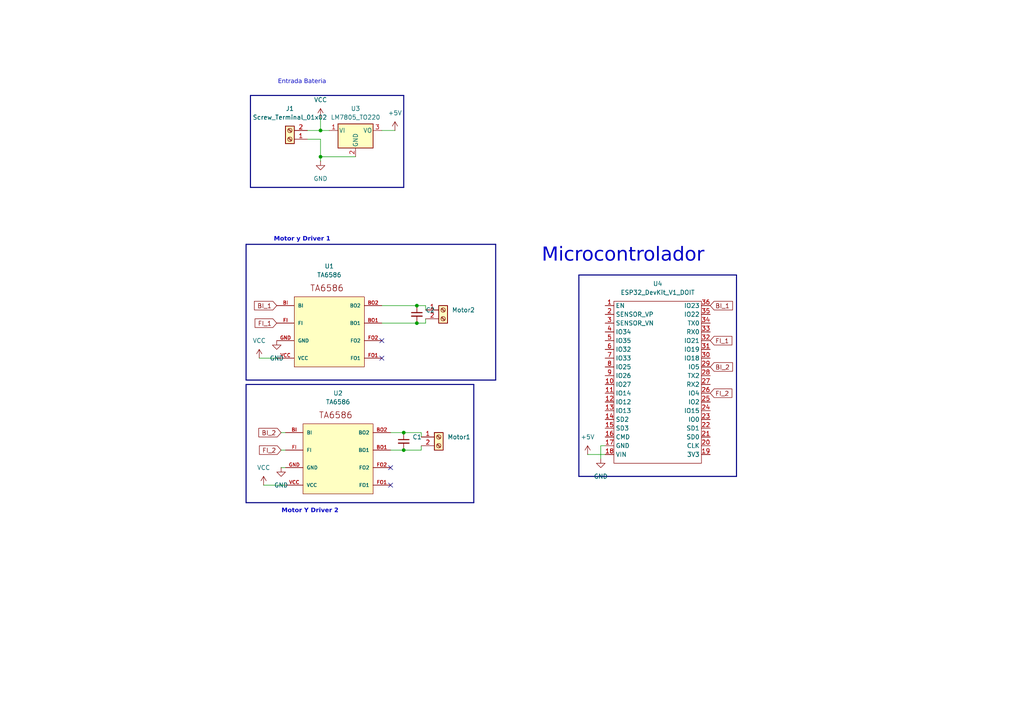
<source format=kicad_sch>
(kicad_sch (version 20231120) (generator "eeschema") (generator_version "8.0")
  (paper "A4")
  (lib_symbols
    (symbol "Connector:Screw_Terminal_01x02" (pin_names (offset 1.016) hide)
      (property "Reference" "J" (at 0 2.54 0))
      (property "Value" "Screw_Terminal_01x02" (at 0 -5.08 0))
      (symbol "Screw_Terminal_01x02_1_1"
        (rectangle (start -1.27 1.27) (end 1.27 -3.81) (stroke (width 0.254)) (fill (type background)))
        (circle (center 0 -2.54) (radius 0.635) (stroke (width 0.1524)))
        (polyline (pts (xy -0.5334 -2.2098) (xy 0.3302 -3.048)) (stroke (width 0.1524)))
        (polyline (pts (xy -0.5334 0.3302) (xy 0.3302 -0.508)) (stroke (width 0.1524)))
        (polyline (pts (xy -0.3556 -2.032) (xy 0.508 -2.8702)) (stroke (width 0.1524)))
        (polyline (pts (xy -0.3556 0.508) (xy 0.508 -0.3302)) (stroke (width 0.1524)))
        (circle (center 0 0) (radius 0.635) (stroke (width 0.1524)))
        (pin passive line (at -5.08 0 0) (length 3.81) (name "Pin_1") (number "1"))
        (pin passive line (at -5.08 -2.54 0) (length 3.81) (name "Pin_2") (number "2"))
      )
    )
    (symbol "Device:C_Small" (pin_numbers hide) (pin_names (offset 0.254) hide)
      (property "Reference" "C" (at 0.254 1.778 0))
      (property "Value" "C_Small" (at 0.254 -2.032 0))
      (symbol "C_Small_0_1"
        (polyline (pts (xy -1.524 -0.508) (xy 1.524 -0.508)) (stroke (width 0.3302)))
        (polyline (pts (xy -1.524 0.508) (xy 1.524 0.508)) (stroke (width 0.3048)))
      )
      (symbol "C_Small_1_1"
        (pin passive line (at 0 2.54 270) (length 2.032) (name "~") (number "1"))
        (pin passive line (at 0 -2.54 90) (length 2.032) (name "~") (number "2"))
      )
    )
    (symbol "EESTN5:ESP32_DevKit_V1_DOIT"
      (property "Reference" "U" (at -11.43 34.29 0))
      (property "Value" "ESP32_DevKit_V1_DOIT" (at 11.43 34.29 0))
      (symbol "ESP32_DevKit_V1_DOIT_0_0"
        (pin bidirectional line (at 15.24 25.4 180) (length 2.54) (name "TX0") (number "34"))
        (pin bidirectional line (at 15.24 27.94 180) (length 2.54) (name "IO22") (number "35"))
        (pin bidirectional line (at 15.24 30.48 180) (length 2.54) (name "IO23") (number "36"))
      )
      (symbol "ESP32_DevKit_V1_DOIT_0_1"
        (rectangle (start -12.7 31.75) (end 12.7 -15.24))
      )
      (symbol "ESP32_DevKit_V1_DOIT_1_1"
        (pin input line (at -15.24 30.48 0) (length 2.54) (name "EN") (number "1"))
        (pin bidirectional line (at -15.24 7.62 0) (length 2.54) (name "IO27") (number "10"))
        (pin bidirectional line (at -15.24 5.08 0) (length 2.54) (name "IO14") (number "11"))
        (pin bidirectional line (at -15.24 2.54 0) (length 2.54) (name "IO12") (number "12"))
        (pin bidirectional line (at -15.24 0 0) (length 2.54) (name "IO13") (number "13"))
        (pin bidirectional line (at -15.24 -2.54 0) (length 2.54) (name "SD2") (number "14"))
        (pin bidirectional line (at -15.24 -5.08 0) (length 2.54) (name "SD3") (number "15"))
        (pin bidirectional line (at -15.24 -7.62 0) (length 2.54) (name "CMD") (number "16"))
        (pin power_in line (at -15.24 -10.16 0) (length 2.54) (name "GND") (number "17"))
        (pin power_in line (at -15.24 -12.7 0) (length 2.54) (name "VIN") (number "18"))
        (pin power_in line (at 15.24 -12.7 180) (length 2.54) (name "3V3") (number "19"))
        (pin input line (at -15.24 27.94 0) (length 2.54) (name "SENSOR_VP") (number "2"))
        (pin bidirectional line (at 15.24 -10.16 180) (length 2.54) (name "CLK") (number "20"))
        (pin bidirectional line (at 15.24 -7.62 180) (length 2.54) (name "SD0") (number "21"))
        (pin bidirectional line (at 15.24 -5.08 180) (length 2.54) (name "SD1") (number "22"))
        (pin bidirectional line (at 15.24 -2.54 180) (length 2.54) (name "IO0") (number "23"))
        (pin bidirectional line (at 15.24 0 180) (length 2.54) (name "IO15") (number "24"))
        (pin bidirectional line (at 15.24 2.54 180) (length 2.54) (name "IO2") (number "25"))
        (pin bidirectional line (at 15.24 5.08 180) (length 2.54) (name "IO4") (number "26"))
        (pin bidirectional line (at 15.24 7.62 180) (length 2.54) (name "RX2") (number "27"))
        (pin bidirectional line (at 15.24 10.16 180) (length 2.54) (name "TX2") (number "28"))
        (pin bidirectional line (at 15.24 12.7 180) (length 2.54) (name "IO5") (number "29"))
        (pin input line (at -15.24 25.4 0) (length 2.54) (name "SENSOR_VN") (number "3"))
        (pin bidirectional line (at 15.24 15.24 180) (length 2.54) (name "IO18") (number "30"))
        (pin bidirectional line (at 15.24 17.78 180) (length 2.54) (name "IO19") (number "31"))
        (pin bidirectional line (at 15.24 20.32 180) (length 2.54) (name "IO21") (number "32"))
        (pin bidirectional line (at 15.24 22.86 180) (length 2.54) (name "RX0") (number "33"))
        (pin input line (at -15.24 22.86 0) (length 2.54) (name "IO34") (number "4"))
        (pin input line (at -15.24 20.32 0) (length 2.54) (name "IO35") (number "5"))
        (pin bidirectional line (at -15.24 17.78 0) (length 2.54) (name "IO32") (number "6"))
        (pin bidirectional line (at -15.24 15.24 0) (length 2.54) (name "IO33") (number "7"))
        (pin bidirectional line (at -15.24 12.7 0) (length 2.54) (name "IO25") (number "8"))
        (pin bidirectional line (at -15.24 10.16 0) (length 2.54) (name "IO26") (number "9"))
      )
    )
    (symbol "Regulator_Linear:LM7805_TO220" (pin_names (offset 0.254))
      (property "Reference" "U" (at -3.81 3.175 0))
      (property "Value" "LM7805_TO220" (at 0 3.175 0))
      (symbol "LM7805_TO220_0_1"
        (rectangle (start -5.08 1.905) (end 5.08 -5.08) (stroke (width 0.254)) (fill (type background)))
      )
      (symbol "LM7805_TO220_1_1"
        (pin power_in line (at -7.62 0 0) (length 2.54) (name "VI") (number "1"))
        (pin power_in line (at 0 -7.62 90) (length 2.54) (name "GND") (number "2"))
        (pin power_out line (at 7.62 0 180) (length 2.54) (name "VO") (number "3"))
      )
    )
    (symbol "TA6586:TA6586" (pin_names (offset 1.016))
      (property "Reference" "U" (at 0 0 0))
      (property "Value" "TA6586" (at 0 0 0))
      (symbol "TA6586_0_0"
        (rectangle (start -10.16 -10.16) (end 10.16 10.16) (stroke (width 0.1524)) (fill (type background)))
        (text "TA6586 " (at 0 12.7 0) (effects (font (size 1.778 1.778))))
        (pin bidirectional line (at -15.24 7.62 0) (length 5.08) (name "BI") (number "BI"))
        (pin bidirectional line (at 15.24 2.54 180) (length 5.08) (name "BO1") (number "BO1"))
        (pin bidirectional line (at 15.24 7.62 180) (length 5.08) (name "BO2") (number "BO2"))
        (pin bidirectional line (at -15.24 2.54 0) (length 5.08) (name "FI") (number "FI"))
        (pin bidirectional line (at 15.24 -7.62 180) (length 5.08) (name "FO1") (number "FO1"))
        (pin bidirectional line (at 15.24 -2.54 180) (length 5.08) (name "FO2") (number "FO2"))
        (pin bidirectional line (at -15.24 -2.54 0) (length 5.08) (name "GND") (number "GND"))
        (pin bidirectional line (at -15.24 -7.62 0) (length 5.08) (name "VCC") (number "VCC"))
      )
    )
    (symbol "power:+5V" (power) (pin_numbers hide) (pin_names (offset 0) hide)
      (property "Value" "+5V" (at 0 3.556 0))
      (symbol "+5V_0_1"
        (polyline (pts (xy -0.762 1.27) (xy 0 2.54)))
        (polyline (pts (xy 0 0) (xy 0 2.54)))
        (polyline (pts (xy 0 2.54) (xy 0.762 1.27)))
      )
      (symbol "+5V_1_1"
        (pin power_in line (at 0 0 90) (length 0) (name "~") (number "1"))
      )
    )
    (symbol "power:GND" (power) (pin_numbers hide) (pin_names (offset 0) hide)
      (property "Value" "GND" (at 0 -3.81 0))
      (symbol "GND_0_1"
        (polyline (pts (xy 0 0) (xy 0 -1.27) (xy 1.27 -1.27) (xy 0 -2.54) (xy -1.27 -1.27) (xy 0 -1.27)))
      )
      (symbol "GND_1_1"
        (pin power_in line (at 0 0 270) (length 0) (name "~") (number "1"))
      )
    )
    (symbol "power:VCC" (power) (pin_numbers hide) (pin_names (offset 0) hide)
      (property "Value" "VCC" (at 0 3.556 0))
      (symbol "VCC_0_1"
        (polyline (pts (xy -0.762 1.27) (xy 0 2.54)))
        (polyline (pts (xy 0 0) (xy 0 2.54)))
        (polyline (pts (xy 0 2.54) (xy 0.762 1.27)))
      )
      (symbol "VCC_1_1"
        (pin power_in line (at 0 0 90) (length 0) (name "~") (number "1"))
      )
    )
  )
  (junction (at 92.964 45.466))
  (junction (at 117.094 130.556))
  (junction (at 117.094 125.476))
  (junction (at 120.904 88.646))
  (junction (at 92.964 37.846))
  (junction (at 120.904 93.726))
  (no_connect (at 110.744 98.806))
  (no_connect (at 110.744 103.886))
  (no_connect (at 113.284 135.636))
  (no_connect (at 113.284 140.716))
  (bus (pts (xy 143.764 110.236) (xy 71.374 110.236)))
  (wire (pts (xy 82.804 135.636) (xy 81.534 135.636)))
  (bus (pts (xy 117.094 27.686) (xy 117.094 54.356)))
  (wire (pts (xy 92.964 45.466) (xy 103.124 45.466)))
  (bus (pts (xy 71.374 111.506) (xy 137.414 111.506)))
  (wire (pts (xy 89.154 37.846) (xy 92.964 37.846)))
  (wire (pts (xy 82.804 125.476) (xy 81.534 125.476)))
  (bus (pts (xy 143.764 70.866) (xy 143.764 110.236)))
  (wire (pts (xy 123.444 93.726) (xy 123.444 92.456)))
  (bus (pts (xy 213.614 138.176) (xy 167.894 138.176)))
  (wire (pts (xy 174.244 133.096) (xy 174.244 129.286)))
  (wire (pts (xy 117.094 125.476) (xy 122.174 125.476)))
  (wire (pts (xy 123.444 88.646) (xy 123.444 89.916)))
  (wire (pts (xy 81.534 130.556) (xy 82.804 130.556)))
  (bus (pts (xy 117.094 54.356) (xy 72.644 54.356)))
  (bus (pts (xy 137.414 145.796) (xy 71.374 145.796)))
  (wire (pts (xy 110.744 93.726) (xy 120.904 93.726)))
  (wire (pts (xy 92.964 46.736) (xy 92.964 45.466)))
  (bus (pts (xy 167.894 79.756) (xy 167.894 138.176)))
  (wire (pts (xy 92.964 37.846) (xy 95.504 37.846)))
  (wire (pts (xy 76.454 140.716) (xy 82.804 140.716)))
  (bus (pts (xy 72.644 27.686) (xy 72.644 54.356)))
  (wire (pts (xy 122.174 129.286) (xy 122.174 130.556)))
  (wire (pts (xy 113.284 125.476) (xy 117.094 125.476)))
  (wire (pts (xy 75.184 103.886) (xy 80.264 103.886)))
  (bus (pts (xy 71.374 70.866) (xy 143.764 70.866)))
  (bus (pts (xy 137.414 111.506) (xy 137.414 145.796)))
  (bus (pts (xy 213.614 79.756) (xy 213.614 138.176)))
  (wire (pts (xy 92.964 40.386) (xy 89.154 40.386)))
  (bus (pts (xy 72.644 27.686) (xy 117.094 27.686)))
  (wire (pts (xy 123.444 88.646) (xy 120.904 88.646)))
  (wire (pts (xy 170.434 131.826) (xy 175.514 131.826)))
  (wire (pts (xy 110.744 88.646) (xy 120.904 88.646)))
  (wire (pts (xy 110.744 37.846) (xy 114.554 37.846)))
  (wire (pts (xy 122.174 125.476) (xy 122.174 126.746)))
  (wire (pts (xy 92.964 34.036) (xy 92.964 37.846)))
  (bus (pts (xy 167.894 79.756) (xy 213.614 79.756)))
  (bus (pts (xy 71.374 70.866) (xy 71.374 110.236)))
  (wire (pts (xy 174.244 129.286) (xy 175.514 129.286)))
  (wire (pts (xy 92.964 40.386) (xy 92.964 45.466)))
  (wire (pts (xy 117.094 130.556) (xy 122.174 130.556)))
  (bus (pts (xy 71.374 145.796) (xy 71.374 111.506)))
  (wire (pts (xy 113.284 130.556) (xy 117.094 130.556)))
  (wire (pts (xy 123.444 93.726) (xy 120.904 93.726)))
  (text "Motor Y Driver 2" (at 89.916 148.59 0) (effects (font (size 1.27 1.27) (thickness 0.254) (bold yes))))
  (text "Motor y Driver 1\n\n" (at 87.63 70.866 0) (effects (font (size 1.27 1.27) (thickness 0.254) (bold yes))))
  (text "Entrada Bateria " (at 87.884 24.13 0) (effects (font (size 1.27 1.27))))
  (text "Microcontrolador " (at 181.61 75.184 0) (effects (font (size 4 4))))
  (global_label "FI_1" (shape input) (at 80.264 93.726 180) (property "Intersheetrefs" "${INTERSHEET_REFS}" (effects (hide yes))))
  (global_label "BI_2" (shape input) (at 81.534 125.476 180) (property "Intersheetrefs" "${INTERSHEET_REFS}" (effects (hide yes))))
  (global_label "BI_2" (shape input) (at 205.994 106.426 0) (property "Intersheetrefs" "${INTERSHEET_REFS}" (effects (hide yes))))
  (global_label "BI_1" (shape input) (at 205.994 88.646 0) (property "Intersheetrefs" "${INTERSHEET_REFS}" (effects (hide yes))))
  (global_label "FI_2" (shape input) (at 205.994 114.046 0) (property "Intersheetrefs" "${INTERSHEET_REFS}" (effects (hide yes))))
  (global_label "FI_2" (shape input) (at 81.534 130.556 180) (property "Intersheetrefs" "${INTERSHEET_REFS}" (effects (hide yes))))
  (global_label "FI_1" (shape input) (at 205.994 98.806 0) (property "Intersheetrefs" "${INTERSHEET_REFS}" (effects (hide yes))))
  (global_label "BI_1" (shape input) (at 80.264 88.646 180) (property "Intersheetrefs" "${INTERSHEET_REFS}" (effects (hide yes))))
  (symbol (lib_id "Connector:Screw_Terminal_01x02") (at 128.524 89.916 0) (unit 1)
    (property "Reference" "Motor2" (at 131.064 89.9159 0) (effects (justify left)))
    (property "Value" "Screw_Terminal_01x02" (effects (hide yes)))
    (property "Footprint" "TerminalBlock:TerminalBlock_bornier-2_P5.08mm" (effects (hide yes)))
    (property "Description" "Generic screw terminal, single row, 01x02, script generated (kicad-library-utils/schlib/autogen/connector/)" (effects (hide yes)))
  )
  (symbol (lib_id "power:+5V") (at 114.554 37.846 0) (unit 1)
    (property "Reference" "#PWR07" (effects (hide yes)))
    (property "Value" "+5V" (at 114.554 32.766 0))
    (property "Description" "Power symbol creates a global label with name \"+5V\"" (effects (hide yes)))
  )
  (symbol (lib_id "Connector:Screw_Terminal_01x02") (at 127.254 126.746 0) (unit 1)
    (property "Reference" "Motor1" (at 129.794 126.7459 0) (effects (justify left)))
    (property "Value" "Screw_Terminal_01x02" (effects (hide yes)))
    (property "Footprint" "TerminalBlock:TerminalBlock_bornier-2_P5.08mm" (effects (hide yes)))
    (property "Description" "Generic screw terminal, single row, 01x02, script generated (kicad-library-utils/schlib/autogen/connector/)" (effects (hide yes)))
  )
  (symbol (lib_id "power:+5V") (at 170.434 131.826 0) (unit 1)
    (property "Reference" "#PWR08" (effects (hide yes)))
    (property "Value" "+5V" (at 170.434 126.746 0))
    (property "Description" "Power symbol creates a global label with name \"+5V\"" (effects (hide yes)))
  )
  (symbol (lib_id "power:VCC") (at 75.184 103.886 0) (unit 1)
    (property "Reference" "#PWR01" (effects (hide yes)))
    (property "Value" "VCC" (at 75.184 98.806 0))
    (property "Description" "Power symbol creates a global label with name \"VCC\"" (effects (hide yes)))
  )
  (symbol (lib_id "Device:C_Small") (at 120.904 91.186 0) (unit 1)
    (property "Reference" "C2" (at 123.444 89.9222 0) (effects (justify left)))
    (property "Value" "C_Small" (effects (hide yes)))
    (property "Footprint" "EESTN5:C_0805" (effects (hide yes)))
    (property "Description" "Unpolarized capacitor, small symbol" (effects (hide yes)))
  )
  (symbol (lib_id "power:GND") (at 174.244 133.096 0) (unit 1)
    (property "Reference" "#PWR09" (effects (hide yes)))
    (property "Value" "GND" (at 174.244 138.176 0))
    (property "Description" "Power symbol creates a global label with name \"GND\" , ground" (effects (hide yes)))
  )
  (symbol (lib_id "power:GND") (at 81.534 135.636 0) (unit 1)
    (property "Reference" "#PWR04" (effects (hide yes)))
    (property "Value" "GND" (at 81.534 140.716 0))
    (property "Description" "Power symbol creates a global label with name \"GND\" , ground" (effects (hide yes)))
  )
  (symbol (lib_id "power:VCC") (at 76.454 140.716 0) (unit 1)
    (property "Reference" "#PWR02" (effects (hide yes)))
    (property "Value" "VCC" (at 76.454 135.636 0))
    (property "Description" "Power symbol creates a global label with name \"VCC\"" (effects (hide yes)))
  )
  (symbol (lib_id "power:VCC") (at 92.964 34.036 0) (unit 1)
    (property "Reference" "#PWR05" (effects (hide yes)))
    (property "Value" "VCC" (at 92.964 28.956 0))
    (property "Description" "Power symbol creates a global label with name \"VCC\"" (effects (hide yes)))
  )
  (symbol (lib_id "TA6586:TA6586") (at 95.504 96.266 0) (unit 1)
    (property "Reference" "U1" (at 95.504 77.216 0))
    (property "Value" "TA6586" (at 95.504 79.756 0))
    (property "Footprint" "TA6586 (2):TA6586-FOOTPRINT" (effects (hide yes)))
    (property "MF" "Wuxi" (effects (hide yes)))
    (property "Description_1" "\n                        \n                            DC Bidirectional motor driving circuit\n                        \n" (effects (hide yes)))
    (property "Package" "Package" (effects (hide yes)))
    (property "Price" "None" (effects (hide yes)))
    (property "SnapEDA_Link" "https://www.snapeda.com/parts/TA6586/Wuxi/view-part/?ref=snap" (effects (hide yes)))
    (property "MP" "TA6586" (effects (hide yes)))
    (property "Availability" "Not in stock" (effects (hide yes)))
    (property "Check_prices" "https://www.snapeda.com/parts/TA6586/Wuxi/view-part/?ref=eda" (effects (hide yes)))
  )
  (symbol (lib_id "Connector:Screw_Terminal_01x02") (at 84.074 40.386 180) (unit 1)
    (property "Reference" "J1" (at 84.074 31.496 0))
    (property "Value" "Screw_Terminal_01x02" (at 84.074 34.036 0))
    (property "Footprint" "TerminalBlock:TerminalBlock_bornier-2_P5.08mm" (effects (hide yes)))
    (property "Description" "Generic screw terminal, single row, 01x02, script generated (kicad-library-utils/schlib/autogen/connector/)" (effects (hide yes)))
  )
  (symbol (lib_id "Device:C_Small") (at 117.094 128.016 0) (unit 1)
    (property "Reference" "C1" (at 119.634 126.7522 0) (effects (justify left)))
    (property "Value" "C_Small" (effects (hide yes)))
    (property "Footprint" "EESTN5:C_0805" (effects (hide yes)))
    (property "Description" "Unpolarized capacitor, small symbol" (effects (hide yes)))
  )
  (symbol (lib_id "power:GND") (at 92.964 46.736 0) (unit 1)
    (property "Reference" "#PWR06" (effects (hide yes)))
    (property "Value" "GND" (at 92.964 51.816 0))
    (property "Description" "Power symbol creates a global label with name \"GND\" , ground" (effects (hide yes)))
  )
  (symbol (lib_id "power:GND") (at 80.264 98.806 0) (unit 1)
    (property "Reference" "#PWR03" (effects (hide yes)))
    (property "Value" "GND" (at 80.264 103.886 0))
    (property "Description" "Power symbol creates a global label with name \"GND\" , ground" (effects (hide yes)))
  )
  (symbol (lib_id "TA6586:TA6586") (at 98.044 133.096 0) (unit 1)
    (property "Reference" "U2" (at 98.044 114.046 0))
    (property "Value" "TA6586" (at 98.044 116.586 0))
    (property "Footprint" "TA6586 (2):TA6586-FOOTPRINT" (effects (hide yes)))
    (property "MF" "Wuxi" (effects (hide yes)))
    (property "Description_1" "\n                        \n                            DC Bidirectional motor driving circuit\n                        \n" (effects (hide yes)))
    (property "Package" "Package" (effects (hide yes)))
    (property "Price" "None" (effects (hide yes)))
    (property "SnapEDA_Link" "https://www.snapeda.com/parts/TA6586/Wuxi/view-part/?ref=snap" (effects (hide yes)))
    (property "MP" "TA6586" (effects (hide yes)))
    (property "Availability" "Not in stock" (effects (hide yes)))
    (property "Check_prices" "https://www.snapeda.com/parts/TA6586/Wuxi/view-part/?ref=eda" (effects (hide yes)))
  )
  (symbol (lib_id "EESTN5:ESP32_DevKit_V1_DOIT") (at 190.754 119.126 0) (unit 1)
    (property "Reference" "U4" (at 190.754 82.296 0))
    (property "Value" "ESP32_DevKit_V1_DOIT" (at 190.754 84.836 0))
    (property "Footprint" "EESTN5:ESP32_DEVKIT_V1_DOIT" (effects (hide yes)))
  )
  (symbol (lib_id "Regulator_Linear:LM7805_TO220") (at 103.124 37.846 0) (unit 1)
    (property "Reference" "U3" (at 103.124 31.496 0))
    (property "Value" "LM7805_TO220" (at 103.124 34.036 0))
    (property "Footprint" "Package_TO_SOT_THT:TO-220-3_Vertical" (effects (hide yes)))
    (property "Datasheet" "https://www.onsemi.cn/PowerSolutions/document/MC7800-D.PDF" (effects (hide yes)))
    (property "Description" "Positive 1A 35V Linear Regulator, Fixed Output 5V, TO-220" (effects (hide yes)))
  )
)
</source>
